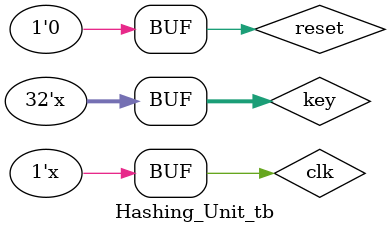
<source format=sv>
module Hashing_Unit_tb;
  localparam HASH_ENTRIES = 256;
  localparam HASH_WIDTH = $clog2(HASH_ENTRIES);
  bit clk;
  bit reset;
	logic [31:0] key;
  logic [HASH_WIDTH-1:0] hash_value;

  //clock generation
  always #5 clk = ~clk;
  always #10 key = key + 1;
  
  //reset Generation
  initial begin
    reset = 1;
    key = 0;
    #5 reset = 0;
  end
  
  Hashing_Unit #(
    .NUM_ENTRIES_PER_HASH_TABLE(HASH_ENTRIES)) 
  DUT (
    .clock(clk),
    .reset(reset),
		.key(key),
    .hash_value(hash_value)
  );

endmodule

</source>
